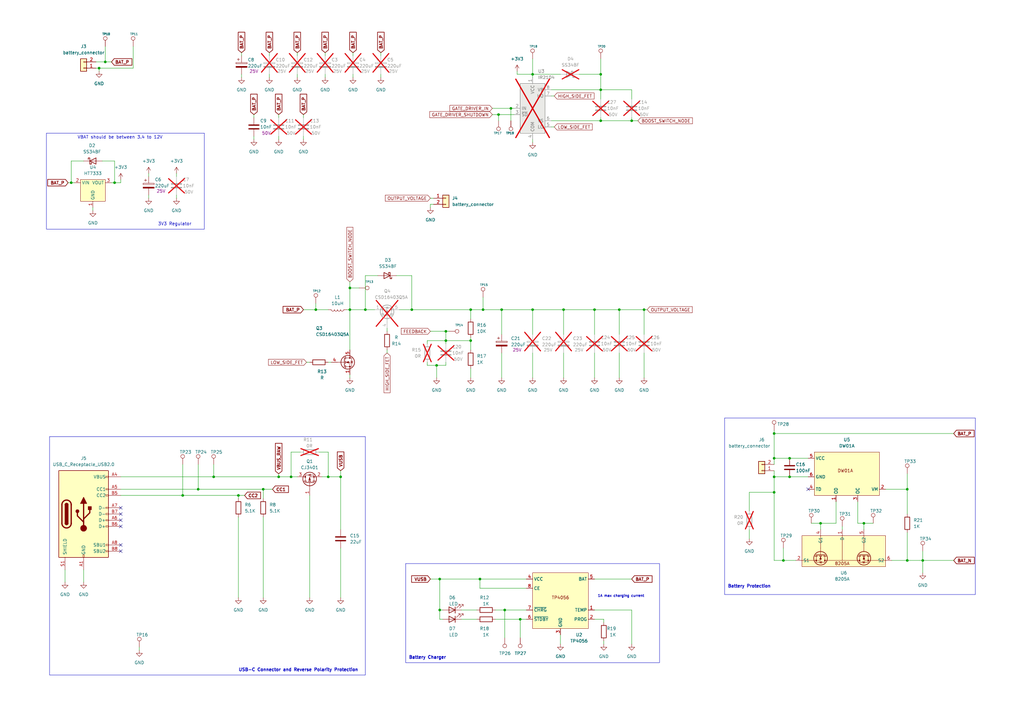
<source format=kicad_sch>
(kicad_sch (version 20230121) (generator eeschema)
  (paper "A3")
  (junction (at 246.38 49.53))
  (junction (at 209.55 44.45))
  (junction (at 336.55 214.63))
  (junction (at 321.31 229.87))
  (junction (at 168.91 127))
  (junction (at 317.5 195.58))
  (junction (at 378.46 229.87))
  (junction (at 114.3 195.58))
  (junction (at 180.34 250.19))
  (junction (at 205.74 127))
  (junction (at 196.85 237.49))
  (junction (at 323.85 187.96))
  (junction (at 231.14 127))
  (junction (at 193.04 139.7))
  (junction (at 143.51 118.11))
  (junction (at 43.18 25.4))
  (junction (at 119.38 195.58))
  (junction (at 40.64 27.94))
  (junction (at 264.16 127))
  (junction (at 317.5 201.93))
  (junction (at 29.21 74.93))
  (junction (at 198.12 127))
  (junction (at 129.54 127))
  (junction (at 323.85 195.58))
  (junction (at 46.99 74.93))
  (junction (at 317.5 177.8))
  (junction (at 182.88 135.89))
  (junction (at 259.08 49.53))
  (junction (at 354.33 214.63))
  (junction (at 143.51 127))
  (junction (at 213.36 254))
  (junction (at 81.28 200.66))
  (junction (at 87.63 195.58))
  (junction (at 149.86 127))
  (junction (at 372.11 229.87))
  (junction (at 182.88 139.7))
  (junction (at 107.95 200.66))
  (junction (at 134.62 195.58))
  (junction (at 254 127))
  (junction (at 317.5 187.96))
  (junction (at 74.93 203.2))
  (junction (at 246.38 30.48))
  (junction (at 372.11 200.66))
  (junction (at 218.44 127))
  (junction (at 246.38 36.83))
  (junction (at 243.84 127))
  (junction (at 207.01 250.19))
  (junction (at 204.47 46.99))
  (junction (at 139.7 195.58))
  (junction (at 218.44 30.48))
  (junction (at 97.79 203.2))
  (junction (at 193.04 127))
  (junction (at 180.34 237.49))
  (junction (at 179.07 149.86))
  (no_connect (at 49.53 223.52))
  (no_connect (at 49.53 226.06))
  (no_connect (at 49.53 210.82))
  (no_connect (at 49.53 208.28))
  (no_connect (at 331.47 200.66))
  (no_connect (at 49.53 213.36))
  (no_connect (at 49.53 215.9))
  (wire (pts (xy 259.08 36.83) (xy 246.38 36.83)))
  (wire (pts (xy 99.06 31.75) (xy 99.06 30.48)))
  (wire (pts (xy 372.11 200.66) (xy 363.22 200.66)))
  (wire (pts (xy 114.3 194.31) (xy 114.3 195.58)))
  (wire (pts (xy 45.72 74.93) (xy 46.99 74.93)))
  (wire (pts (xy 97.79 203.2) (xy 100.33 203.2)))
  (wire (pts (xy 134.62 185.42) (xy 134.62 195.58)))
  (wire (pts (xy 110.49 21.59) (xy 110.49 22.86)))
  (wire (pts (xy 317.5 187.96) (xy 323.85 187.96)))
  (wire (pts (xy 40.64 27.94) (xy 54.61 27.94)))
  (wire (pts (xy 254 154.94) (xy 254 144.78)))
  (wire (pts (xy 243.84 127) (xy 254 127)))
  (wire (pts (xy 243.84 237.49) (xy 259.08 237.49)))
  (wire (pts (xy 259.08 40.64) (xy 259.08 36.83)))
  (wire (pts (xy 81.28 190.5) (xy 81.28 200.66)))
  (wire (pts (xy 129.54 127) (xy 134.62 127)))
  (wire (pts (xy 74.93 203.2) (xy 97.79 203.2)))
  (wire (pts (xy 372.11 218.44) (xy 372.11 229.87)))
  (wire (pts (xy 143.51 127) (xy 149.86 127)))
  (wire (pts (xy 198.12 121.92) (xy 198.12 127)))
  (wire (pts (xy 378.46 229.87) (xy 378.46 234.95)))
  (wire (pts (xy 372.11 194.31) (xy 372.11 200.66)))
  (wire (pts (xy 264.16 127) (xy 265.43 127)))
  (wire (pts (xy 193.04 127) (xy 198.12 127)))
  (wire (pts (xy 201.93 44.45) (xy 209.55 44.45)))
  (wire (pts (xy 246.38 24.13) (xy 246.38 30.48)))
  (wire (pts (xy 351.79 205.74) (xy 351.79 214.63)))
  (wire (pts (xy 307.34 209.55) (xy 307.34 201.93)))
  (wire (pts (xy 218.44 58.42) (xy 218.44 57.15)))
  (wire (pts (xy 46.99 66.04) (xy 46.99 74.93)))
  (wire (pts (xy 110.49 31.75) (xy 110.49 30.48)))
  (wire (pts (xy 213.36 254) (xy 215.9 254)))
  (wire (pts (xy 243.84 154.94) (xy 243.84 144.78)))
  (wire (pts (xy 144.78 21.59) (xy 144.78 22.86)))
  (wire (pts (xy 179.07 149.86) (xy 179.07 154.94)))
  (wire (pts (xy 180.34 254) (xy 181.61 254)))
  (wire (pts (xy 204.47 46.99) (xy 210.82 46.99)))
  (wire (pts (xy 189.23 254) (xy 195.58 254)))
  (wire (pts (xy 264.16 154.94) (xy 264.16 144.78)))
  (wire (pts (xy -27.94 113.03) (xy -26.67 113.03)))
  (wire (pts (xy 203.2 250.19) (xy 207.01 250.19)))
  (wire (pts (xy 107.95 200.66) (xy 107.95 204.47)))
  (wire (pts (xy 139.7 193.04) (xy 139.7 195.58)))
  (wire (pts (xy 193.04 151.13) (xy 193.04 154.94)))
  (wire (pts (xy 317.5 201.93) (xy 317.5 229.87)))
  (wire (pts (xy 317.5 190.5) (xy 317.5 187.96)))
  (wire (pts (xy 49.53 74.93) (xy 49.53 73.66)))
  (wire (pts (xy 144.78 31.75) (xy 144.78 30.48)))
  (wire (pts (xy 378.46 226.06) (xy 378.46 229.87)))
  (wire (pts (xy 198.12 127) (xy 205.74 127)))
  (wire (pts (xy 180.34 250.19) (xy 180.34 254)))
  (wire (pts (xy 168.91 127) (xy 168.91 113.03)))
  (wire (pts (xy 264.16 127) (xy 264.16 137.16)))
  (wire (pts (xy 307.34 201.93) (xy 317.5 201.93)))
  (wire (pts (xy 207.01 250.19) (xy 215.9 250.19)))
  (wire (pts (xy 215.9 241.3) (xy 196.85 241.3)))
  (wire (pts (xy 41.91 66.04) (xy 46.99 66.04)))
  (wire (pts (xy 323.85 187.96) (xy 331.47 187.96)))
  (wire (pts (xy 29.21 66.04) (xy 29.21 74.93)))
  (wire (pts (xy 168.91 113.03) (xy 162.56 113.03)))
  (wire (pts (xy 156.21 21.59) (xy 156.21 22.86)))
  (wire (pts (xy 40.64 29.21) (xy 40.64 27.94)))
  (wire (pts (xy 26.67 233.68) (xy 26.67 238.76)))
  (wire (pts (xy 351.79 214.63) (xy 354.33 214.63)))
  (wire (pts (xy 209.55 44.45) (xy 210.82 44.45)))
  (wire (pts (xy 345.44 215.9) (xy 345.44 217.17)))
  (wire (pts (xy 237.49 30.48) (xy 246.38 30.48)))
  (wire (pts (xy 114.3 46.99) (xy 114.3 48.26)))
  (wire (pts (xy 143.51 115.57) (xy 143.51 118.11)))
  (wire (pts (xy 212.09 30.48) (xy 218.44 30.48)))
  (wire (pts (xy 246.38 48.26) (xy 246.38 49.53)))
  (wire (pts (xy 60.96 71.12) (xy 60.96 72.39)))
  (wire (pts (xy 125.73 148.59) (xy 127 148.59)))
  (wire (pts (xy 317.5 195.58) (xy 323.85 195.58)))
  (wire (pts (xy 205.74 127) (xy 205.74 137.16)))
  (wire (pts (xy 149.86 127) (xy 153.67 127)))
  (wire (pts (xy 226.06 36.83) (xy 246.38 36.83)))
  (wire (pts (xy 143.51 118.11) (xy 143.51 127)))
  (wire (pts (xy 54.61 27.94) (xy 54.61 19.05)))
  (wire (pts (xy 135.89 148.59) (xy 134.62 148.59)))
  (wire (pts (xy 154.94 113.03) (xy 149.86 113.03)))
  (wire (pts (xy 124.46 127) (xy 129.54 127)))
  (wire (pts (xy 243.84 127) (xy 243.84 137.16)))
  (wire (pts (xy 317.5 177.8) (xy 391.16 177.8)))
  (wire (pts (xy 365.76 229.87) (xy 372.11 229.87)))
  (wire (pts (xy 149.86 113.03) (xy 149.86 127)))
  (wire (pts (xy 176.53 237.49) (xy 180.34 237.49)))
  (wire (pts (xy 158.75 135.89) (xy 158.75 134.62)))
  (wire (pts (xy 207.01 250.19) (xy 207.01 261.62)))
  (wire (pts (xy 119.38 185.42) (xy 119.38 195.58)))
  (wire (pts (xy 124.46 57.15) (xy 124.46 55.88)))
  (wire (pts (xy 104.14 57.15) (xy 104.14 55.88)))
  (wire (pts (xy 229.87 260.35) (xy 229.87 264.16)))
  (wire (pts (xy 378.46 229.87) (xy 391.16 229.87)))
  (wire (pts (xy -26.67 124.46) (xy -26.67 123.19)))
  (wire (pts (xy 182.88 135.89) (xy 182.88 139.7)))
  (wire (pts (xy 114.3 195.58) (xy 119.38 195.58)))
  (wire (pts (xy 142.24 127) (xy 143.51 127)))
  (wire (pts (xy 60.96 81.28) (xy 60.96 80.01)))
  (wire (pts (xy 205.74 154.94) (xy 205.74 144.78)))
  (wire (pts (xy -26.67 137.16) (xy -26.67 135.89)))
  (wire (pts (xy 123.19 185.42) (xy 119.38 185.42)))
  (wire (pts (xy 259.08 48.26) (xy 259.08 49.53)))
  (wire (pts (xy 156.21 31.75) (xy 156.21 30.48)))
  (wire (pts (xy 114.3 57.15) (xy 114.3 55.88)))
  (wire (pts (xy 218.44 127) (xy 231.14 127)))
  (wire (pts (xy 39.37 25.4) (xy 43.18 25.4)))
  (wire (pts (xy 307.34 217.17) (xy 307.34 220.98)))
  (wire (pts (xy 133.35 31.75) (xy 133.35 30.48)))
  (wire (pts (xy 218.44 154.94) (xy 218.44 144.78)))
  (wire (pts (xy 182.88 149.86) (xy 182.88 148.59)))
  (wire (pts (xy 231.14 127) (xy 243.84 127)))
  (wire (pts (xy 246.38 30.48) (xy 246.38 36.83)))
  (wire (pts (xy 175.26 139.7) (xy 175.26 140.97)))
  (wire (pts (xy 246.38 40.64) (xy 246.38 36.83)))
  (wire (pts (xy 29.21 74.93) (xy 30.48 74.93)))
  (wire (pts (xy 121.92 31.75) (xy 121.92 30.48)))
  (wire (pts (xy 107.95 200.66) (xy 111.76 200.66)))
  (wire (pts (xy 163.83 127) (xy 168.91 127)))
  (wire (pts (xy 218.44 30.48) (xy 229.87 30.48)))
  (wire (pts (xy 124.46 46.99) (xy 124.46 48.26)))
  (wire (pts (xy 57.15 265.43) (xy 57.15 266.7)))
  (wire (pts (xy 38.1 85.09) (xy 38.1 86.36)))
  (wire (pts (xy 372.11 210.82) (xy 372.11 200.66)))
  (wire (pts (xy 342.9 214.63) (xy 342.9 205.74)))
  (wire (pts (xy 81.28 200.66) (xy 107.95 200.66)))
  (wire (pts (xy 132.08 195.58) (xy 134.62 195.58)))
  (wire (pts (xy 254 127) (xy 264.16 127)))
  (wire (pts (xy 43.18 19.05) (xy 43.18 25.4)))
  (wire (pts (xy 74.93 190.5) (xy 74.93 203.2)))
  (wire (pts (xy 143.51 127) (xy 143.51 143.51)))
  (wire (pts (xy 189.23 250.19) (xy 195.58 250.19)))
  (wire (pts (xy 72.39 81.28) (xy 72.39 80.01)))
  (wire (pts (xy 317.5 176.53) (xy 317.5 177.8)))
  (wire (pts (xy 127 203.2) (xy 127 245.11)))
  (wire (pts (xy 176.53 81.28) (xy 177.8 81.28)))
  (wire (pts (xy 180.34 237.49) (xy 196.85 237.49)))
  (wire (pts (xy 139.7 224.79) (xy 139.7 245.11)))
  (wire (pts (xy 134.62 195.58) (xy 139.7 195.58)))
  (wire (pts (xy 372.11 229.87) (xy 378.46 229.87)))
  (wire (pts (xy 104.14 46.99) (xy 104.14 48.26)))
  (wire (pts (xy 205.74 127) (xy 218.44 127)))
  (wire (pts (xy 182.88 139.7) (xy 182.88 140.97)))
  (wire (pts (xy 323.85 195.58) (xy 331.47 195.58)))
  (wire (pts (xy 182.88 135.89) (xy 184.15 135.89)))
  (wire (pts (xy 176.53 85.09) (xy 176.53 83.82)))
  (wire (pts (xy 40.64 27.94) (xy 39.37 27.94)))
  (wire (pts (xy 175.26 148.59) (xy 175.26 149.86)))
  (wire (pts (xy 226.06 52.07) (xy 227.33 52.07)))
  (wire (pts (xy 72.39 71.12) (xy 72.39 72.39)))
  (wire (pts (xy 97.79 212.09) (xy 97.79 245.11)))
  (wire (pts (xy 34.29 66.04) (xy 29.21 66.04)))
  (wire (pts (xy 119.38 195.58) (xy 121.92 195.58)))
  (wire (pts (xy 193.04 139.7) (xy 193.04 143.51)))
  (wire (pts (xy 336.55 214.63) (xy 342.9 214.63)))
  (wire (pts (xy 354.33 214.63) (xy 358.14 214.63)))
  (wire (pts (xy 317.5 195.58) (xy 317.5 201.93)))
  (wire (pts (xy 46.99 74.93) (xy 49.53 74.93)))
  (wire (pts (xy 201.93 46.99) (xy 204.47 46.99)))
  (wire (pts (xy 218.44 31.75) (xy 218.44 30.48)))
  (wire (pts (xy 87.63 195.58) (xy 114.3 195.58)))
  (wire (pts (xy 196.85 241.3) (xy 196.85 237.49)))
  (wire (pts (xy 121.92 21.59) (xy 121.92 22.86)))
  (wire (pts (xy 143.51 154.94) (xy 143.51 153.67)))
  (wire (pts (xy 317.5 193.04) (xy 317.5 195.58)))
  (wire (pts (xy 231.14 154.94) (xy 231.14 144.78)))
  (wire (pts (xy 332.74 214.63) (xy 336.55 214.63)))
  (wire (pts (xy 175.26 139.7) (xy 182.88 139.7)))
  (wire (pts (xy 247.65 254) (xy 243.84 254)))
  (wire (pts (xy 336.55 217.17) (xy 336.55 214.63)))
  (wire (pts (xy 99.06 21.59) (xy 99.06 22.86)))
  (wire (pts (xy 107.95 212.09) (xy 107.95 245.11)))
  (wire (pts (xy 321.31 224.79) (xy 321.31 229.87)))
  (wire (pts (xy 246.38 49.53) (xy 259.08 49.53)))
  (wire (pts (xy 203.2 254) (xy 213.36 254)))
  (wire (pts (xy 317.5 187.96) (xy 317.5 177.8)))
  (wire (pts (xy 139.7 195.58) (xy 139.7 217.17)))
  (wire (pts (xy 212.09 29.21) (xy 212.09 30.48)))
  (wire (pts (xy 130.81 185.42) (xy 134.62 185.42)))
  (wire (pts (xy 179.07 149.86) (xy 182.88 149.86)))
  (wire (pts (xy 180.34 250.19) (xy 181.61 250.19)))
  (wire (pts (xy 209.55 44.45) (xy 209.55 49.53)))
  (wire (pts (xy 97.79 204.47) (xy 97.79 203.2)))
  (wire (pts (xy 193.04 130.81) (xy 193.04 127)))
  (wire (pts (xy 74.93 203.2) (xy 49.53 203.2)))
  (wire (pts (xy 317.5 229.87) (xy 321.31 229.87)))
  (wire (pts (xy 231.14 127) (xy 231.14 137.16)))
  (wire (pts (xy 321.31 229.87) (xy 326.39 229.87)))
  (wire (pts (xy -26.67 113.03) (xy -26.67 111.76)))
  (wire (pts (xy -27.94 149.86) (xy -26.67 149.86)))
  (wire (pts (xy 87.63 190.5) (xy 87.63 195.58)))
  (wire (pts (xy 182.88 139.7) (xy 193.04 139.7)))
  (wire (pts (xy 259.08 264.16) (xy 259.08 250.19)))
  (wire (pts (xy 176.53 83.82) (xy 177.8 83.82)))
  (wire (pts (xy 27.94 74.93) (xy 29.21 74.93)))
  (wire (pts (xy 196.85 237.49) (xy 215.9 237.49)))
  (wire (pts (xy -26.67 149.86) (xy -26.67 148.59)))
  (wire (pts (xy 193.04 127) (xy 168.91 127)))
  (wire (pts (xy 254 127) (xy 254 137.16)))
  (wire (pts (xy 49.53 195.58) (xy 87.63 195.58)))
  (wire (pts (xy 158.75 144.78) (xy 158.75 143.51)))
  (wire (pts (xy 259.08 250.19) (xy 243.84 250.19)))
  (wire (pts (xy 193.04 138.43) (xy 193.04 139.7)))
  (wire (pts (xy 226.06 49.53) (xy 246.38 49.53)))
  (wire (pts (xy 247.65 262.89) (xy 247.65 264.16)))
  (wire (pts (xy 180.34 237.49) (xy 180.34 250.19)))
  (wire (pts (xy 129.54 124.46) (xy 129.54 127)))
  (wire (pts (xy 247.65 255.27) (xy 247.65 254)))
  (wire (pts (xy 354.33 214.63) (xy 354.33 217.17)))
  (wire (pts (xy 175.26 149.86) (xy 179.07 149.86)))
  (wire (pts (xy 226.06 39.37) (xy 227.33 39.37)))
  (wire (pts (xy 213.36 254) (xy 213.36 261.62)))
  (wire (pts (xy 133.35 21.59) (xy 133.35 22.86)))
  (wire (pts (xy 143.51 118.11) (xy 147.32 118.11)))
  (wire (pts (xy 204.47 46.99) (xy 204.47 49.53)))
  (wire (pts (xy 43.18 25.4) (xy 45.72 25.4)))
  (wire (pts (xy 34.29 233.68) (xy 34.29 238.76)))
  (wire (pts (xy 218.44 127) (xy 218.44 137.16)))
  (wire (pts (xy 218.44 24.13) (xy 218.44 30.48)))
  (wire (pts (xy 49.53 200.66) (xy 81.28 200.66)))
  (wire (pts (xy 259.08 49.53) (xy 261.62 49.53)))
  (wire (pts (xy 176.53 135.89) (xy 182.88 135.89)))
  (rectangle (start 19.05 54.61) (end 83.82 93.98))
  (rectangle (start 166.37 231.14) (end 270.51 271.78))
  (rectangle (start 20.32 179.07) (end 149.86 276.86))
  (rectangle (start 297.18 171.45) (end 400.05 243.84))
  (text "Battery Protection" (at 298.45 241.3 0) (effects (font (size 1.27 1.27) bold) (justify left bottom)))
  (text "VBAT should be between 3.4 to 12V" (at 31.75 57.15 0) (effects (font (size 1.27 1.27)) (justify left bottom)))
  (text "3V3 Regulator" (at 64.77 92.71 0) (effects (font (size 1.27 1.27)) (justify left bottom)))
  (text "1A max charging current" (at 245.11 245.11 0) (effects (font (size 1 1) bold) (justify left bottom)))
  (text "USB-C Connector and Reverse Polarity Protection" (at 97.79 275.59 0) (effects (font (size 1.27 1.27) bold) (justify left bottom)))
  (text "Battery Charger" (at 167.64 270.51 0) (effects (font (size 1.27 1.27) bold) (justify left bottom)))
  (global_label "BOOST_SWITCH_NODE" (shape input) (at 261.62 49.53 0) (property "Intersheetrefs" "${INTERSHEET_REFS}" (effects hide)))
  (global_label "OUTPUT_VOLTAGE" (shape input) (at 176.53 81.28 180) (property "Intersheetrefs" "${INTERSHEET_REFS}" (effects hide)))
  (global_label "HIGH_SIDE_FET" (shape input) (at 227.33 39.37 0) (property "Intersheetrefs" "${INTERSHEET_REFS}" (effects hide)))
  (global_label "VBUS_RAW" (shape input) (at 114.3 194.31 90) (effects (font bold)) (property "Intersheetrefs" "${INTERSHEET_REFS}" (effects hide)))
  (global_label "OUTPUT_VOLTAGE" (shape input) (at 265.43 127 0) (property "Intersheetrefs" "${INTERSHEET_REFS}" (effects hide)))
  (global_label "BAT_P" (shape input) (at 121.92 21.59 90) (effects (font bold)) (property "Intersheetrefs" "${INTERSHEET_REFS}" (effects hide)))
  (global_label "GATE_DRIVER_SHUTDOWN" (shape input) (at 201.93 46.99 180) (property "Intersheetrefs" "${INTERSHEET_REFS}" (effects hide)))
  (global_label "BAT_N" (shape input) (at 391.16 229.87 0) (effects (font bold)) (property "Intersheetrefs" "${INTERSHEET_REFS}" (effects hide)))
  (global_label "LOW_SIDE_FET" (shape input) (at 227.33 52.07 0) (property "Intersheetrefs" "${INTERSHEET_REFS}" (effects hide)))
  (global_label "BOOST_SWITCH_NODE" (shape input) (at 143.51 115.57 90) (property "Intersheetrefs" "${INTERSHEET_REFS}" (effects hide)))
  (global_label "BAT_P" (shape input) (at 124.46 127 180) (effects (font bold)) (property "Intersheetrefs" "${INTERSHEET_REFS}" (effects hide)))
  (global_label "BAT_P" (shape input) (at 27.94 74.93 180) (effects (font bold)) (property "Intersheetrefs" "${INTERSHEET_REFS}" (effects hide)))
  (global_label "BAT_P" (shape input) (at 99.06 21.59 90) (effects (font bold)) (property "Intersheetrefs" "${INTERSHEET_REFS}" (effects hide)))
  (global_label "BAT_P" (shape input) (at -27.94 113.03 180) (effects (font bold)) (property "Intersheetrefs" "${INTERSHEET_REFS}" (effects hide)))
  (global_label "BAT_P" (shape input) (at 156.21 21.59 90) (effects (font bold)) (property "Intersheetrefs" "${INTERSHEET_REFS}" (effects hide)))
  (global_label "GATE_DRIVER_IN" (shape input) (at 201.93 44.45 180) (property "Intersheetrefs" "${INTERSHEET_REFS}" (effects hide)))
  (global_label "BAT_P" (shape input) (at 45.72 25.4 0) (effects (font bold)) (property "Intersheetrefs" "${INTERSHEET_REFS}" (effects hide)))
  (global_label "CC2" (shape input) (at 100.33 203.2 0) (effects (font bold)) (property "Intersheetrefs" "${INTERSHEET_REFS}" (effects hide)))
  (global_label "BAT_P" (shape input) (at 133.35 21.59 90) (effects (font bold)) (property "Intersheetrefs" "${INTERSHEET_REFS}" (effects hide)))
  (global_label "BAT_P" (shape input) (at 144.78 21.59 90) (effects (font bold)) (property "Intersheetrefs" "${INTERSHEET_REFS}" (effects hide)))
  (global_label "BAT_P" (shape input) (at 259.08 237.49 0) (effects (font bold)) (property "Intersheetrefs" "${INTERSHEET_REFS}" (effects hide)))
  (global_label "BAT_P" (shape input) (at 114.3 46.99 90) (effects (font bold)) (property "Intersheetrefs" "${INTERSHEET_REFS}" (effects hide)))
  (global_label "FEEDBACK" (shape input) (at 176.53 135.89 180) (property "Intersheetrefs" "${INTERSHEET_REFS}" (effects hide)))
  (global_label "VUSB" (shape input) (at 139.7 193.04 90) (effects (font bold)) (property "Intersheetrefs" "${INTERSHEET_REFS}" (effects hide)))
  (global_label "BAT_P" (shape input) (at 110.49 21.59 90) (effects (font bold)) (property "Intersheetrefs" "${INTERSHEET_REFS}" (effects hide)))
  (global_label "CC1" (shape input) (at 111.76 200.66 0) (effects (font bold)) (property "Intersheetrefs" "${INTERSHEET_REFS}" (effects hide)))
  (global_label "VUSB" (shape input) (at 176.53 237.49 180) (effects (font bold)) (property "Intersheetrefs" "${INTERSHEET_REFS}" (effects hide)))
  (global_label "BAT_P" (shape input) (at 124.46 46.99 90) (effects (font bold)) (property "Intersheetrefs" "${INTERSHEET_REFS}" (effects hide)))
  (global_label "LOW_SIDE_FET" (shape input) (at 125.73 148.59 180) (property "Intersheetrefs" "${INTERSHEET_REFS}" (effects hide)))
  (global_label "BAT_P" (shape input) (at 391.16 177.8 0) (effects (font bold)) (property "Intersheetrefs" "${INTERSHEET_REFS}" (effects hide)))
  (global_label "HIGH_SIDE_FET" (shape input) (at 158.75 144.78 270) (property "Intersheetrefs" "${INTERSHEET_REFS}" (effects hide)))
  (global_label "BAT_P" (shape input) (at 104.14 46.99 90) (effects (font bold)) (property "Intersheetrefs" "${INTERSHEET_REFS}" (effects hide)))
  (global_label "OUTPUT_VOLTAGE" (shape input) (at -27.94 149.86 180) (property "Intersheetrefs" "${INTERSHEET_REFS}" (effects hide)))
  (symbol (lib_id "Connector:TestPoint") (at 87.63 190.5 0) (unit 1)
    (property "Reference" "TP25" (at 86.36 185.42 0) (effects (justify left)))
    (property "Value" "TestPoint" (effects hide))
    (property "Footprint" "TestPoint:TestPoint_Pad_D1.0mm" (effects hide))
  )
  (symbol (lib_id "power:GND") (at 110.49 31.75 0) (unit 1)
    (property "Reference" "#PWR025" (effects hide))
    (property "Value" "GND" (at 110.49 36.83 0))
  )
  (symbol (lib_id "power:GND") (at -26.67 124.46 0) (unit 1)
    (property "Reference" "#PWR049" (effects hide))
    (property "Value" "GND" (at -26.67 128.27 0))
  )
  (symbol (lib_id "Connector:TestPoint") (at 74.93 190.5 0) (unit 1)
    (property "Reference" "TP23" (at 73.66 185.42 0) (effects (justify left)))
    (property "Value" "TestPoint" (effects hide))
    (property "Footprint" "TestPoint:TestPoint_Pad_D1.0mm" (effects hide))
  )
  (symbol (lib_id "Device:C") (at 114.3 52.07 0) (unit 1) (dnp yes)
    (property "Reference" "C11" (at 116.84 49.53 0) (effects (justify left)))
    (property "Value" "10nF" (at 116.84 52.07 0) (effects (justify left)))
    (property "Footprint" "Capacitor_SMD:C_0805_2012Metric" (effects hide))
    (property "Rating" "50V" (at 119.38 54.61 0))
  )
  (symbol (lib_id "power:GND") (at 229.87 264.16 0) (unit 1)
    (property "Reference" "#PWR054" (effects hide))
    (property "Value" "GND" (at 229.87 269.24 0))
  )
  (symbol (lib_id "power:GND") (at 378.46 234.95 0) (unit 1)
    (property "Reference" "#PWR058" (effects hide))
    (property "Value" "GND" (at 378.46 240.03 0))
  )
  (symbol (lib_id "Device:R") (at 193.04 147.32 180) (unit 1)
    (property "Reference" "R17" (at 195.58 146.05 0) (effects (justify right)))
    (property "Value" "1K" (at 195.58 148.59 0) (effects (justify right)))
    (property "Footprint" "Resistor_SMD:R_1206_3216Metric" (effects hide))
  )
  (symbol (lib_id "Connector:TestPoint") (at 81.28 190.5 0) (unit 1)
    (property "Reference" "TP24" (at 80.01 185.42 0) (effects (justify left)))
    (property "Value" "TestPoint" (effects hide))
    (property "Footprint" "TestPoint:TestPoint_Pad_D1.0mm" (effects hide))
  )
  (symbol (lib_id "Connector:TestPoint") (at 43.18 19.05 0) (unit 1)
    (property "Reference" "TP10" (at 41.91 13.97 0) (effects (font (size 0.85 0.85)) (justify left)))
    (property "Value" "TestPoint" (effects hide))
    (property "Footprint" "TestPoint:TestPoint_Pad_D1.0mm" (effects hide))
  )
  (symbol (lib_id "Connector:TestPoint") (at 358.14 214.63 0) (unit 1)
    (property "Reference" "TP32" (at 356.87 209.55 0) (effects (justify left)))
    (property "Value" "TestPoint" (effects hide))
    (property "Footprint" "TestPoint:TestPoint_Pad_D1.0mm" (effects hide))
  )
  (symbol (lib_id "power:GND") (at 114.3 57.15 0) (unit 1)
    (property "Reference" "#PWR026" (effects hide))
    (property "Value" "GND" (at 114.3 62.23 0))
  )
  (symbol (lib_id "Device:C_Polarized") (at 60.96 76.2 0) (unit 1)
    (property "Reference" "C6" (at 63.5 73.66 0) (effects (justify left)))
    (property "Value" "220uF" (at 63.5 76.2 0) (effects (justify left)))
    (property "Footprint" "Capacitor_THT:CP_Radial_D5.0mm_P2.00mm" (effects hide))
    (property "Rating" "25V" (at 66.04 78.359 0))
  )
  (symbol (lib_id "Device:C") (at 139.7 220.98 0) (unit 1)
    (property "Reference" "C15" (at 143.51 219.71 0) (effects (justify left)))
    (property "Value" "22uF" (at 143.51 222.25 0) (effects (justify left)))
    (property "Footprint" "Capacitor_SMD:C_0805_2012Metric" (effects hide))
  )
  (symbol (lib_id "power:GND") (at 60.96 81.28 0) (unit 1)
    (property "Reference" "#PWR018" (effects hide))
    (property "Value" "GND" (at 60.96 86.36 0))
  )
  (symbol (lib_id "Connector_Generic:Conn_01x02") (at 182.88 81.28 0) (unit 1)
    (property "Reference" "J4" (at 185.42 81.28 0) (effects (justify left)))
    (property "Value" "battery_connector" (at 185.42 83.82 0) (effects (justify left)))
    (property "Footprint" "TerminalBlock_Phoenix:TerminalBlock_Phoenix_MPT-0,5-2-2.54_1x02_P2.54mm_Horizontal" (effects hide))
  )
  (symbol (lib_id "Device:C") (at 254 140.97 0) (unit 1) (dnp yes)
    (property "Reference" "C25" (at 256.54 138.43 0) (effects (justify left)))
    (property "Value" "10nF" (at 256.54 140.97 0) (effects (justify left)))
    (property "Footprint" "Capacitor_SMD:C_0805_2012Metric" (effects hide))
    (property "Rating" "50V" (at 259.08 143.51 0))
  )
  (symbol (lib_id "power:GND") (at 139.7 245.11 0) (unit 1)
    (property "Reference" "#PWR053" (effects hide))
    (property "Value" "GND" (at 139.7 250.19 0))
  )
  (symbol (lib_id "Connector:TestPoint") (at 57.15 265.43 0) (unit 1)
    (property "Reference" "TP16" (at 55.88 260.35 0) (effects (justify left)))
    (property "Value" "TestPoint" (effects hide))
    (property "Footprint" "TestPoint:TestPoint_Pad_D1.0mm" (effects hide))
  )
  (symbol (lib_id "power:GND") (at 143.51 154.94 0) (unit 1)
    (property "Reference" "#PWR024" (effects hide))
    (property "Value" "GND" (at 143.51 160.02 0))
  )
  (symbol (lib_id "Connector:TestPoint") (at 378.46 226.06 0) (unit 1)
    (property "Reference" "TP34" (at 377.19 220.98 0) (effects (justify left)))
    (property "Value" "TestPoint" (effects hide))
    (property "Footprint" "TestPoint:TestPoint_Pad_D1.0mm" (effects hide))
  )
  (symbol (lib_id "Device:C") (at 259.08 44.45 0) (unit 1) (dnp yes)
    (property "Reference" "C14" (at 261.62 41.91 0) (effects (justify left)))
    (property "Value" "10nF" (at 261.62 44.45 0) (effects (justify left)))
    (property "Footprint" "Capacitor_SMD:C_1206_3216Metric" (effects hide))
    (property "Rating" "50V" (at 264.16 46.99 0))
  )
  (symbol (lib_id "Device:R") (at 199.39 254 90) (unit 1)
    (property "Reference" "R18" (at 200.66 257.81 90) (effects (justify left)))
    (property "Value" "1K" (at 200.66 260.35 90) (effects (justify left)))
    (property "Footprint" "Resistor_SMD:R_0805_2012Metric" (effects hide))
  )
  (symbol (lib_id "power:GND") (at 124.46 57.15 0) (unit 1)
    (property "Reference" "#PWR028" (effects hide))
    (property "Value" "GND" (at 124.46 62.23 0))
  )
  (symbol (lib_id "Connector:TestPoint") (at 321.31 224.79 0) (unit 1)
    (property "Reference" "TP29" (at 320.04 219.71 0) (effects (justify left)))
    (property "Value" "TestPoint" (effects hide))
    (property "Footprint" "TestPoint:TestPoint_Pad_D1.0mm" (effects hide))
  )
  (symbol (lib_id "Device:C") (at 72.39 76.2 0) (unit 1) (dnp yes)
    (property "Reference" "C7" (at 74.93 73.66 0) (effects (justify left)))
    (property "Value" "10nF" (at 74.93 76.2 0) (effects (justify left)))
    (property "Footprint" "Capacitor_SMD:C_0805_2012Metric" (effects hide))
    (property "Rating" "50V" (at 77.47 78.74 0))
  )
  (symbol (lib_id "Connector:TestPoint") (at 207.01 261.62 180) (unit 1)
    (property "Reference" "TP26" (at 209.55 267.97 0) (effects (justify left)))
    (property "Value" "TestPoint" (effects hide))
    (property "Footprint" "TestPoint:TestPoint_Pad_D1.0mm" (effects hide))
  )
  (symbol (lib_id "power:GND") (at 259.08 264.16 0) (unit 1)
    (property "Reference" "#PWR056" (effects hide))
    (property "Value" "GND" (at 259.08 269.24 0))
  )
  (symbol (lib_id "power:GND") (at 40.64 29.21 0) (unit 1)
    (property "Reference" "#PWR014" (effects hide))
    (property "Value" "GND" (at 40.64 34.29 0))
  )
  (symbol (lib_id "power:GND") (at 144.78 31.75 0) (unit 1)
    (property "Reference" "#PWR011" (effects hide))
    (property "Value" "GND" (at 144.78 36.83 0))
  )
  (symbol (lib_id "Connector:USB_C_Receptacle_USB2.0") (at 34.29 210.82 0) (unit 1)
    (property "Reference" "J5" (at 34.29 187.96 0))
    (property "Value" "USB_C_Receptacle_USB2.0" (at 34.29 190.5 0))
    (property "Footprint" "Connector_USB:USB_C_Receptacle_XKB_U262-16XN-4BVC11" (effects hide))
    (property "Datasheet" "https://www.usb.org/sites/default/files/documents/usb_type-c.zip" (effects hide))
  )
  (symbol (lib_id "power:GND") (at 38.1 86.36 0) (unit 1)
    (property "Reference" "#PWR047" (effects hide))
    (property "Value" "GND" (at 38.1 91.44 0))
  )
  (symbol (lib_id "power:GND") (at 218.44 58.42 0) (unit 1)
    (property "Reference" "#PWR041" (effects hide))
    (property "Value" "GND" (at 218.44 63.5 0))
  )
  (symbol (lib_id "Device:R") (at 130.81 148.59 90) (unit 1)
    (property "Reference" "R13" (at 132.08 152.4 90))
    (property "Value" "R" (at 132.08 154.94 90))
    (property "Footprint" "Resistor_SMD:R_1206_3216Metric" (effects hide))
  )
  (symbol (lib_id "power:GND") (at 107.95 245.11 0) (unit 1)
    (property "Reference" "#PWR051" (effects hide))
    (property "Value" "GND" (at 107.95 250.19 0))
  )
  (symbol (lib_id "power:GND") (at 133.35 31.75 0) (unit 1)
    (property "Reference" "#PWR010" (effects hide))
    (property "Value" "GND" (at 133.35 36.83 0))
  )
  (symbol (lib_id "Device:C") (at 182.88 144.78 0) (unit 1) (dnp yes)
    (property "Reference" "C20" (at 185.42 142.24 0) (effects (justify left)))
    (property "Value" "10nF" (at 185.42 144.78 0) (effects (justify left)))
    (property "Footprint" "Capacitor_SMD:C_0805_2012Metric" (effects hide))
    (property "Rating" "50V" (at 187.96 147.32 0))
  )
  (symbol (lib_id "power:GND") (at 243.84 154.94 0) (unit 1)
    (property "Reference" "#PWR042" (effects hide))
    (property "Value" "GND" (at 243.84 160.02 0))
  )
  (symbol (lib_id "power:GND") (at 247.65 264.16 0) (unit 1)
    (property "Reference" "#PWR055" (effects hide))
    (property "Value" "GND" (at 247.65 269.24 0))
  )
  (symbol (lib_id "Connector:TestPoint") (at 54.61 19.05 0) (unit 1)
    (property "Reference" "TP11" (at 53.34 13.97 0) (effects (font (size 0.85 0.85)) (justify left)))
    (property "Value" "TestPoint" (effects hide))
    (property "Footprint" "TestPoint:TestPoint_Pad_D1.0mm" (effects hide))
  )
  (symbol (lib_id "Transistor_FET:CSD16403Q5A") (at 158.75 129.54 270) (mirror x) (unit 1) (dnp yes)
    (property "Reference" "Q4" (at 157.48 119.38 90) (effects (justify left)))
    (property "Value" "CSD16403Q5A" (at 153.67 121.92 90) (effects (justify left)))
    (property "Footprint" "Package_TO_SOT_SMD:TDSON-8-1" (effects hide))
    (property "Datasheet" "http://www.ti.com/lit/gpn/csd16403q5a" (effects hide))
  )
  (symbol (lib_id "power:+3V3") (at 60.96 71.12 0) (mirror y) (unit 1)
    (property "Reference" "#PWR017" (effects hide))
    (property "Value" "+3V3" (at 60.96 66.04 0))
  )
  (symbol (lib_id "Device:R") (at 158.75 139.7 0) (mirror x) (unit 1)
    (property "Reference" "R14" (at 162.56 140.97 0))
    (property "Value" "R" (at 162.56 138.43 0))
    (property "Footprint" "Resistor_SMD:R_1206_3216Metric" (effects hide))
  )
  (symbol (lib_id "power:GND") (at 104.14 57.15 0) (unit 1)
    (property "Reference" "#PWR023" (effects hide))
    (property "Value" "GND" (at 104.14 62.23 0))
  )
  (symbol (lib_id "Device:R") (at 127 185.42 90) (unit 1) (dnp yes)
    (property "Reference" "R11" (at 128.27 180.34 90) (effects (justify left)))
    (property "Value" "0R" (at 128.27 182.88 90) (effects (justify left)))
    (property "Footprint" "Resistor_SMD:R_0805_2012Metric" (effects hide))
  )
  (symbol (lib_id "Device:C_Polarized") (at 99.06 26.67 0) (unit 1)
    (property "Reference" "C8" (at 101.6 24.511 0) (effects (justify left)))
    (property "Value" "220uF" (at 101.6 27.051 0) (effects (justify left)))
    (property "Footprint" "Capacitor_THT:CP_Radial_D5.0mm_P2.00mm" (effects hide))
    (property "Rating" "25V" (at 104.14 29.21 0))
  )
  (symbol (lib_id "Device:C") (at 124.46 52.07 0) (unit 1) (dnp yes)
    (property "Reference" "C13" (at 127 49.53 0) (effects (justify left)))
    (property "Value" "10nF" (at 127 52.07 0) (effects (justify left)))
    (property "Footprint" "Capacitor_SMD:C_0805_2012Metric" (effects hide))
    (property "Rating" "50V" (at 129.54 54.61 0))
  )
  (symbol (lib_id "Connector:TestPoint") (at 204.47 49.53 180) (unit 1)
    (property "Reference" "TP17" (at 205.74 54.61 0) (effects (font (size 0.85 0.85)) (justify left)))
    (property "Value" "TestPoint" (effects hide))
    (property "Footprint" "TestPoint:TestPoint_Pad_D1.0mm" (effects hide))
  )
  (symbol (lib_id "power:GND") (at 307.34 220.98 0) (unit 1)
    (property "Reference" "#PWR057" (effects hide))
    (property "Value" "GND" (at 307.34 226.06 0))
  )
  (symbol (lib_id "Connector_Generic:Conn_01x02") (at 312.42 193.04 180) (unit 1)
    (property "Reference" "J6" (at 312.42 180.34 0))
    (property "Value" "battery_connector" (at 307.34 182.88 0))
    (property "Footprint" "Connector_PinHeader_2.54mm:PinHeader_1x02_P2.54mm_Horizontal" (effects hide))
  )
  (symbol (lib_id "power:+3V3") (at 72.39 71.12 0) (mirror y) (unit 1)
    (property "Reference" "#PWR020" (effects hide))
    (property "Value" "+3V3" (at 72.39 66.04 0))
  )
  (symbol (lib_id "power:GND") (at 97.79 245.11 0) (unit 1)
    (property "Reference" "#PWR050" (effects hide))
    (property "Value" "GND" (at 97.79 250.19 0))
  )
  (symbol (lib_id "Device:LED") (at 185.42 254 180) (unit 1)
    (property "Reference" "D7" (at 184.15 257.81 0) (effects (justify right)))
    (property "Value" "LED" (at 184.15 260.35 0) (effects (justify right)))
    (property "Footprint" "LED_SMD:LED_1206_3216Metric_Pad1.42x1.75mm_HandSolder" (effects hide))
  )
  (symbol (lib_id "Device:C") (at 104.14 52.07 0) (unit 1)
    (property "Reference" "C9" (at 106.68 49.53 0) (effects (justify left)))
    (property "Value" "10nF" (at 106.68 52.07 0) (effects (justify left)))
    (property "Footprint" "Capacitor_SMD:C_0805_2012Metric" (effects hide))
    (property "Rating" "50V" (at 109.22 54.61 0))
  )
  (symbol (lib_id "Connector:TestPoint") (at 332.74 214.63 0) (unit 1)
    (property "Reference" "TP30" (at 331.47 209.55 0) (effects (justify left)))
    (property "Value" "TestPoint" (effects hide))
    (property "Footprint" "TestPoint:TestPoint_Pad_D1.0mm" (effects hide))
  )
  (symbol (lib_id "Connector:TestPoint") (at 209.55 49.53 180) (unit 1)
    (property "Reference" "TP19" (at 210.82 54.61 0) (effects (font (size 0.85 0.85)) (justify left)))
    (property "Value" "TestPoint" (effects hide))
    (property "Footprint" "TestPoint:TestPoint_Pad_D1.0mm" (effects hide))
  )
  (symbol (lib_id "Device:R") (at 247.65 259.08 180) (unit 1)
    (property "Reference" "R19" (at 252.73 257.81 0) (effects (justify left)))
    (property "Value" "1K" (at 252.73 260.35 0) (effects (justify left)))
    (property "Footprint" "Resistor_SMD:R_0805_2012Metric" (effects hide))
  )
  (symbol (lib_id "Device:C_Polarized") (at 110.49 26.67 0) (unit 1) (dnp yes)
    (property "Reference" "C10" (at 113.03 24.511 0) (effects (justify left)))
    (property "Value" "220uF" (at 113.03 27.051 0) (effects (justify left)))
    (property "Footprint" "Capacitor_THT:CP_Radial_D5.0mm_P2.00mm" (effects hide))
    (property "Rating" "25V" (at 115.57 29.21 0))
  )
  (symbol (lib_id "Device:C") (at 264.16 140.97 0) (unit 1) (dnp yes)
    (property "Reference" "C26" (at 266.7 138.43 0) (effects (justify left)))
    (property "Value" "10nF" (at 266.7 140.97 0) (effects (justify left)))
    (property "Footprint" "Capacitor_SMD:C_0805_2012Metric" (effects hide))
    (property "Rating" "50V" (at 269.24 143.51 0))
  )
  (symbol (lib_id "Device:R") (at 175.26 144.78 0) (unit 1) (dnp yes)
    (property "Reference" "R15" (at 172.72 143.51 0) (effects (justify right)))
    (property "Value" "0R" (at 172.72 146.05 0) (effects (justify right)))
    (property "Footprint" "Resistor_SMD:R_1206_3216Metric" (effects hide))
  )
  (symbol (lib_id "power:GND") (at 254 154.94 0) (unit 1)
    (property "Reference" "#PWR043" (effects hide))
    (property "Value" "GND" (at 254 160.02 0))
  )
  (symbol (lib_id "Device:C") (at 243.84 140.97 0) (unit 1) (dnp yes)
    (property "Reference" "C24" (at 246.38 138.43 0) (effects (justify left)))
    (property "Value" "10nF" (at 246.38 140.97 0) (effects (justify left)))
    (property "Footprint" "Capacitor_SMD:C_0805_2012Metric" (effects hide))
    (property "Rating" "50V" (at 248.92 143.51 0))
  )
  (symbol (lib_id "power:GND") (at 231.14 154.94 0) (unit 1)
    (property "Reference" "#PWR039" (effects hide))
    (property "Value" "GND" (at 231.14 160.02 0))
  )
  (symbol (lib_id "Device:C_Polarized") (at 133.35 26.67 0) (unit 1) (dnp yes)
    (property "Reference" "C3" (at 135.89 24.511 0) (effects (justify left)))
    (property "Value" "220uF" (at 135.89 27.051 0) (effects (justify left)))
    (property "Footprint" "Capacitor_THT:CP_Radial_D5.0mm_P2.00mm" (effects hide))
    (property "Rating" "25V" (at 138.43 29.21 0))
  )
  (symbol (lib_id "power:GND") (at 72.39 81.28 0) (unit 1)
    (property "Reference" "#PWR021" (effects hide))
    (property "Value" "GND" (at 72.39 86.36 0))
  )
  (symbol (lib_id "Connector:TestPoint") (at 218.44 24.13 0) (unit 1)
    (property "Reference" "TP18" (at 217.17 19.05 0) (effects (font (size 0.85 0.85)) (justify left)))
    (property "Value" "TestPoint" (effects hide))
    (property "Footprint" "TestPoint:TestPoint_Pad_D1.0mm" (effects hide))
  )
  (symbol (lib_id "power:GND") (at -26.67 137.16 0) (unit 1)
    (property "Reference" "#PWR048" (effects hide))
    (property "Value" "GND" (at -26.67 140.97 0))
  )
  (symbol (lib_id "power:GND") (at 264.16 154.94 0) (unit 1)
    (property "Reference" "#PWR044" (effects hide))
    (property "Value" "GND" (at 264.16 160.02 0))
  )
  (symbol (lib_id "power:GND") (at 26.67 238.76 0) (unit 1)
    (property "Reference" "#PWR031" (effects hide))
    (property "Value" "GND" (at 26.67 243.84 0))
  )
  (symbol (lib_id "Connector:TestPoint") (at 184.15 135.89 270) (unit 1)
    (property "Reference" "TP14" (at 186.69 133.35 90) (effects (font (size 0.85 0.85)) (justify left)))
    (property "Value" "TestPoint" (effects hide))
    (property "Footprint" "TestPoint:TestPoint_Pad_D1.0mm" (effects hide))
  )
  (symbol (lib_id "Connector:TestPoint") (at 198.12 121.92 0) (unit 1)
    (property "Reference" "TP15" (at 196.85 116.84 0) (effects (font (size 0.85 0.85)) (justify left)))
    (property "Value" "TestPoint" (effects hide))
    (property "Footprint" "TestPoint:TestPoint_Pad_D1.0mm" (effects hide))
  )
  (symbol (lib_id "Device:C_Polarized") (at 205.74 140.97 0) (unit 1)
    (property "Reference" "C21" (at 209.55 138.811 0) (effects (justify left)))
    (property "Value" "220uF" (at 209.55 141.351 0) (effects (justify left)))
    (property "Footprint" "Capacitor_THT:CP_Radial_D5.0mm_P2.00mm" (effects hide))
    (property "Rating" "25V" (at 212.09 143.51 0))
  )
  (symbol (lib_id "Connector:TestPoint") (at 129.54 124.46 0) (unit 1)
    (property "Reference" "TP12" (at 128.27 119.38 0) (effects (font (size 0.85 0.85)) (justify left)))
    (property "Value" "TestPoint" (effects hide))
    (property "Footprint" "TestPoint:TestPoint_Pad_D1.0mm" (effects hide))
  )
  (symbol (lib_id "Mechanical:MountingHole") (at -26.67 86.36 0) (unit 1)
    (property "Reference" "H2" (at -24.13 85.09 0) (effects (justify left)))
    (property "Value" "MountingHole" (at -24.13 87.63 0) (effects (justify left)))
    (property "Footprint" "MountingHole:MountingHole_3.2mm_M3" (effects hide))
  )
  (symbol (lib_id "Transistor_FET:CSD16403Q5A") (at 140.97 148.59 0) (unit 1)
    (property "Reference" "Q3" (at 129.54 134.62 0) (effects (justify left)))
    (property "Value" "CSD16403Q5A" (at 129.54 137.16 0) (effects (justify left)))
    (property "Footprint" "Package_TO_SOT_SMD:TDSON-8-1" (effects hide))
    (property "Datasheet" "http://www.ti.com/lit/gpn/csd16403q5a" (effects hide))
  )
  (symbol (lib_id "Device:C") (at 246.38 44.45 0) (unit 1) (dnp yes)
    (property "Reference" "C27" (at 248.92 41.91 0) (effects (justify left)))
    (property "Value" "10nF" (at 248.92 44.45 0) (effects (justify left)))
    (property "Footprint" "Capacitor_SMD:C_0805_2012Metric" (effects hide))
    (property "Rating" "50V" (at 251.46 46.99 0))
  )
  (symbol (lib_id "Connector:TestPoint") (at 147.32 118.11 270) (unit 1)
    (property "Reference" "TP13" (at 149.86 115.57 90) (effects (font (size 0.85 0.85)) (justify left)))
    (property "Value" "TestPoint" (effects hide))
    (property "Footprint" "TestPoint:TestPoint_Pad_D1.0mm" (effects hide))
  )
  (symbol (lib_id "Device:C_Polarized") (at 121.92 26.67 0) (unit 1) (dnp yes)
    (property "Reference" "C12" (at 124.46 24.511 0) (effects (justify left)))
    (property "Value" "220uF" (at 124.46 27.051 0) (effects (justify left)))
    (property "Footprint" "Capacitor_THT:CP_Radial_D5.0mm_P2.00mm" (effects hide))
    (property "Rating" "25V" (at 127 29.21 0))
  )
  (symbol (lib_id "power:GND") (at 193.04 154.94 0) (unit 1)
    (property "Reference" "#PWR036" (effects hide))
    (property "Value" "GND" (at 193.04 160.02 0))
  )
  (symbol (lib_id "Device:R") (at 199.39 250.19 90) (unit 1)
    (property "Reference" "R12" (at 200.66 245.11 90) (effects (justify left)))
    (property "Value" "1K" (at 200.66 247.65 90) (effects (justify left)))
    (property "Footprint" "Resistor_SMD:R_0805_2012Metric" (effects hide))
  )
  (symbol (lib_id "power:+3V3") (at 212.09 29.21 0) (mirror y) (unit 1)
    (property "Reference" "#PWR013" (effects hide))
    (property "Value" "+3V3" (at 212.09 24.13 0))
  )
  (symbol (lib_id "Mechanical:MountingHole") (at -26.67 93.98 0) (unit 1)
    (property "Reference" "H3" (at -24.13 92.71 0) (effects (justify left)))
    (property "Value" "MountingHole" (at -24.13 95.25 0) (effects (justify left)))
    (property "Footprint" "MountingHole:MountingHole_3.2mm_M3" (effects hide))
  )
  (symbol (lib_id "Device:R") (at 372.11 214.63 0) (unit 1)
    (property "Reference" "R21" (at 374.65 213.36 0) (effects (justify left)))
    (property "Value" "1K" (at 374.65 215.9 0) (effects (justify left)))
    (property "Footprint" "Resistor_SMD:R_0805_2012Metric" (effects hide))
  )
  (symbol (lib_id "Device:C") (at 323.85 191.77 0) (unit 1)
    (property "Reference" "C16" (at 326.39 190.5 0) (effects (justify left)))
    (property "Value" "100nF" (at 326.39 193.04 0) (effects (justify left)))
    (property "Footprint" "Capacitor_SMD:C_0805_2012Metric" (effects hide))
  )
  (symbol (lib_id "Device:LED") (at 185.42 250.19 180) (unit 1)
    (property "Reference" "D6" (at 184.15 245.11 0) (effects (justify right)))
    (property "Value" "LED" (at 184.15 247.65 0) (effects (justify right)))
    (property "Footprint" "LED_SMD:LED_1206_3216Metric_Pad1.42x1.75mm_HandSolder" (effects hide))
  )
  (symbol (lib_id "Mechanical:MountingHole_Pad") (at -26.67 146.05 0) (unit 1)
    (property "Reference" "H8" (at -24.13 143.51 0) (effects (justify left)))
    (property "Value" "MountingHole_Pad" (at -24.13 146.05 0) (effects (justify left)))
    (property "Footprint" "MountingHole:MountingHole_2.2mm_M2_DIN965_Pad" (effects hide))
  )
  (symbol (lib_id "Device:C_Polarized") (at 218.44 140.97 0) (unit 1) (dnp yes)
    (property "Reference" "C22" (at 222.25 138.811 0) (effects (justify left)))
    (property "Value" "220uF" (at 222.25 141.351 0) (effects (justify left)))
    (property "Footprint" "Capacitor_THT:CP_Radial_D5.0mm_P2.00mm" (effects hide))
    (property "Rating" "25V" (at 224.79 143.51 0))
  )
  (symbol (lib_id "Device:R") (at 107.95 208.28 0) (unit 1)
    (property "Reference" "R8" (at 110.49 207.01 0) (effects (justify left)))
    (property "Value" "5.1K" (at 110.49 209.55 0) (effects (justify left)))
    (property "Footprint" "Resistor_SMD:R_0805_2012Metric" (effects hide))
  )
  (symbol (lib_id "FS8205:8205") (at 346.71 227.33 0) (unit 1)
    (property "Reference" "U6" (at 346.075 234.95 0))
    (property "Value" "8205A" (at 345.44 237.49 0))
    (property "Footprint" "Package_SO:TSSOP-8_4.4x3mm_P0.65mm" (effects hide))
  )
  (symbol (lib_id "Mechanical:MountingHole") (at -26.67 100.33 0) (unit 1)
    (property "Reference" "H4" (at -24.13 99.06 0) (effects (justify left)))
    (property "Value" "MountingHole" (at -24.13 101.6 0) (effects (justify left)))
    (property "Footprint" "MountingHole:MountingHole_3.2mm_M3" (effects hide))
  )
  (symbol (lib_id "Diode:SS34") (at 233.68 30.48 180) (unit 1) (dnp yes)
    (property "Reference" "D4" (at 233.9975 24.13 0))
    (property "Value" "SS34BF" (at 233.9975 26.67 0))
    (property "Footprint" "Diode_SMD:D_SMA" (effects hide))
    (property "Datasheet" "https://www.vishay.com/docs/88751/ss32.pdf" (effects hide))
    (property "Rating" " 40V 3A" (effects hide))
  )
  (symbol (lib_id "Device:R") (at 193.04 134.62 180) (unit 1)
    (property "Reference" "R16" (at 195.58 133.35 0) (effects (justify right)))
    (property "Value" "10K" (at 195.58 135.89 0) (effects (justify right)))
    (property "Footprint" "Resistor_SMD:R_1206_3216Metric" (effects hide))
  )
  (symbol (lib_id "power:GND") (at 99.06 31.75 0) (unit 1)
    (property "Reference" "#PWR022" (effects hide))
    (property "Value" "GND" (at 99.06 36.83 0))
  )
  (symbol (lib_id "Connector:TestPoint") (at 372.11 194.31 0) (unit 1)
    (property "Reference" "TP33" (at 370.84 189.23 0) (effects (justify left)))
    (property "Value" "TestPoint" (effects hide))
    (property "Footprint" "TestPoint:TestPoint_Pad_D1.0mm" (effects hide))
  )
  (symbol (lib_id "power:GND") (at 57.15 266.7 0) (unit 1)
    (property "Reference" "#PWR033" (effects hide))
    (property "Value" "GND" (at 57.15 271.78 0))
  )
  (symbol (lib_id "power:GND") (at 218.44 154.94 0) (unit 1)
    (property "Reference" "#PWR038" (effects hide))
    (property "Value" "GND" (at 218.44 160.02 0))
  )
  (symbol (lib_id "power:GND") (at 205.74 154.94 0) (unit 1)
    (property "Reference" "#PWR037" (effects hide))
    (property "Value" "GND" (at 205.74 160.02 0))
  )
  (symbol (lib_id "Device:C_Polarized") (at 144.78 26.67 0) (unit 1) (dnp yes)
    (property "Reference" "C4" (at 147.32 24.511 0) (effects (justify left)))
    (property "Value" "220uF" (at 147.32 27.051 0) (effects (justify left)))
    (property "Footprint" "Capacitor_THT:CP_Radial_D5.0mm_P2.00mm" (effects hide))
    (property "Rating" "25V" (at 149.86 29.21 0))
  )
  (symbol (lib_id "TP4056:TP4056") (at 229.87 245.11 0) (unit 1)
    (property "Reference" "U2" (at 237.49 260.35 0))
    (property "Value" "TP4056" (at 237.49 262.89 0))
    (property "Footprint" "Package_SO:SOP-8_3.9x4.9mm_P1.27mm" (effects hide))
  )
  (symbol (lib_id "power:GND") (at 179.07 154.94 0) (unit 1)
    (property "Reference" "#PWR035" (effects hide))
    (property "Value" "GND" (at 179.07 160.02 0))
  )
  (symbol (lib_id "power:+3V3") (at 49.53 73.66 0) (unit 1)
    (property "Reference" "#PWR046" (effects hide))
    (property "Value" "+3V3" (at 49.53 68.58 0))
  )
  (symbol (lib_id "power:GND") (at 156.21 31.75 0) (unit 1)
    (property "Reference" "#PWR012" (effects hide))
    (property "Value" "GND" (at 156.21 36.83 0))
  )
  (symbol (lib_id "Mechanical:MountingHole_Pad") (at -26.67 120.65 0) (unit 1)
    (property "Reference" "H6" (at -24.13 118.11 0) (effects (justify left)))
    (property "Value" "MountingHole_Pad" (at -24.13 120.65 0) (effects (justify left)))
    (property "Footprint" "MountingHole:MountingHole_2.2mm_M2_DIN965_Pad" (effects hide))
  )
  (symbol (lib_id "Connector:TestPoint") (at 317.5 176.53 0) (unit 1)
    (property "Reference" "TP28" (at 318.77 173.99 0) (effects (justify left)))
    (property "Value" "TestPoint" (effects hide))
    (property "Footprint" "TestPoint:TestPoint_Pad_D1.0mm" (effects hide))
  )
  (symbol (lib_id "Diode:SS34") (at 38.1 66.04 0) (unit 1)
    (property "Reference" "D2" (at 37.7825 59.69 0))
    (property "Value" "SS34BF" (at 37.7825 62.23 0))
    (property "Footprint" "Diode_SMD:D_SMA" (effects hide))
    (property "Datasheet" "https://www.vishay.com/docs/88751/ss32.pdf" (effects hide))
    (property "Rating" " 40V 3A" (effects hide))
  )
  (symbol (lib_id "power:GND") (at 34.29 238.76 0) (unit 1)
    (property "Reference" "#PWR032" (effects hide))
    (property "Value" "GND" (at 34.29 243.84 0))
  )
  (symbol (lib_id "Diode:SS34") (at 158.75 113.03 180) (unit 1)
    (property "Reference" "D3" (at 159.0675 106.68 0))
    (property "Value" "SS34BF" (at 159.0675 109.22 0))
    (property "Footprint" "Diode_SMD:D_SMA" (effects hide))
    (property "Datasheet" "https://www.vishay.com/docs/88751/ss32.pdf" (effects hide))
    (property "Rating" " 40V 3A" (effects hide))
  )
  (symbol (lib_id "Connector:TestPoint") (at 345.44 215.9 0) (unit 1)
    (property "Reference" "TP31" (at 344.17 210.82 0) (effects (justify left)))
    (property "Value" "TestPoint" (effects hide))
    (property "Footprint" "TestPoint:TestPoint_Pad_D1.0mm" (effects hide))
  )
  (symbol (lib_id "Connector:TestPoint") (at 246.38 24.13 0) (unit 1)
    (property "Reference" "TP20" (at 245.11 19.05 0) (effects (font (size 0.85 0.85)) (justify left)))
    (property "Value" "TestPoint" (effects hide))
    (property "Footprint" "TestPoint:TestPoint_Pad_D1.0mm" (effects hide))
  )
  (symbol (lib_id "power:GND") (at 176.53 85.09 0) (unit 1)
    (property "Reference" "#PWR045" (effects hide))
    (property "Value" "GND" (at 176.53 90.17 0))
  )
  (symbol (lib_id "Mechanical:MountingHole_Pad") (at -26.67 109.22 0) (unit 1)
    (property "Reference" "H5" (at -24.13 106.68 0) (effects (justify left)))
    (property "Value" "MountingHole_Pad" (at -24.13 109.22 0) (effects (justify left)))
    (property "Footprint" "MountingHole:MountingHole_2.2mm_M2_DIN965_Pad" (effects hide))
  )
  (symbol (lib_id "Connector:TestPoint") (at 213.36 261.62 180) (unit 1)
    (property "Reference" "TP27" (at 215.9 267.97 0) (effects (justify left)))
    (property "Value" "TestPoint" (effects hide))
    (property "Footprint" "TestPoint:TestPoint_Pad_D1.0mm" (effects hide))
  )
  (symbol (lib_id "Device:C_Polarized") (at 231.14 140.97 0) (unit 1) (dnp yes)
    (property "Reference" "C23" (at 234.95 138.811 0) (effects (justify left)))
    (property "Value" "220uF" (at 234.95 141.351 0) (effects (justify left)))
    (property "Footprint" "Capacitor_THT:CP_Radial_D5.0mm_P2.00mm" (effects hide))
    (property "Rating" "25V" (at 237.49 143.51 0))
  )
  (symbol (lib_id "Device:R") (at 307.34 213.36 0) (mirror x) (unit 1) (dnp yes)
    (property "Reference" "R20" (at 300.99 212.09 0) (effects (justify left)))
    (property "Value" "0R" (at 302.26 214.63 0) (effects (justify left)))
    (property "Footprint" "Resistor_SMD:R_0805_2012Metric" (effects hide))
  )
  (symbol (lib_id "HT7333:HT7333") (at 38.1 77.47 0) (unit 1)
    (property "Reference" "U4" (at 38.1 68.58 0))
    (property "Value" "HT7333" (at 38.1 71.12 0))
    (property "Footprint" "Package_TO_SOT_SMD:SOT-89-3" (effects hide))
    (property "Datasheet" "https://datasheet.lcsc.com/szlcsc/Holtek-Semicon-HT7333-A_C21583.pdf" (effects hide))
  )
  (symbol (lib_id "Mechanical:MountingHole") (at -26.67 78.74 0) (unit 1)
    (property "Reference" "H1" (at -24.13 77.47 0) (effects (justify left)))
    (property "Value" "MountingHole" (at -24.13 80.01 0) (effects (justify left)))
    (property "Footprint" "MountingHole:MountingHole_3.2mm_M3" (effects hide))
  )
  (symbol (lib_id "Device:Q_PMOS_GSD") (at 127 198.12 90) (unit 1)
    (property "Reference" "Q1" (at 127 189.23 90))
    (property "Value" "CJ3401" (at 127 191.77 90))
    (property "Footprint" "Package_TO_SOT_SMD:SOT-23" (effects hide))
  )
  (symbol (lib_id "Driver_FET:IR2104") (at 218.44 44.45 0) (unit 1) (dnp yes)
    (property "Reference" "U3" (at 220.6341 29.21 0) (effects (justify left)))
    (property "Value" "IR2104" (at 220.6341 31.75 0) (effects (justify left)))
    (property "Footprint" "Package_SO:SOIC-8_3.9x4.9mm_P1.27mm" (effects hide))
    (property "Datasheet" "https://www.infineon.com/dgdl/ir2104.pdf?fileId=5546d462533600a4015355c7c1c31671" (effects hide))
  )
  (symbol (lib_id "power:GND") (at 127 245.11 0) (unit 1)
    (property "Reference" "#PWR052" (effects hide))
    (property "Value" "GND" (at 127 250.19 0))
  )
  (symbol (lib_id "Device:C_Polarized") (at 156.21 26.67 0) (unit 1) (dnp yes)
    (property "Reference" "C5" (at 158.75 24.511 0) (effects (justify left)))
    (property "Value" "220uF" (at 158.75 27.051 0) (effects (justify left)))
    (property "Footprint" "Capacitor_THT:CP_Radial_D5.0mm_P2.00mm" (effects hide))
    (property "Rating" "25V" (at 161.29 29.21 0))
  )
  (symbol (lib_id "Device:L") (at 138.43 127 270) (unit 1)
    (property "Reference" "L1" (at 138.43 121.92 90))
    (property "Value" "10uH" (at 138.43 124.46 90))
    (property "Footprint" "Inductor_SMD:L_Bourns_SRR1208_12.7x12.7mm" (effects hide))
  )
  (symbol (lib_id "Connector_Generic:Conn_01x02") (at 34.29 27.94 180) (unit 1)
    (property "Reference" "J3" (at 34.29 19.05 0))
    (property "Value" "battery_connector" (at 34.29 21.59 0))
    (property "Footprint" "TerminalBlock_Phoenix:TerminalBlock_Phoenix_MPT-0,5-2-2.54_1x02_P2.54mm_Horizontal" (effects hide))
  )
  (symbol (lib_id "Device:R") (at 97.79 208.28 0) (unit 1)
    (property "Reference" "R6" (at 100.33 207.01 0) (effects (justify left)))
    (property "Value" "5.1K" (at 100.33 209.55 0) (effects (justify left)))
    (property "Footprint" "Resistor_SMD:R_0805_2012Metric" (effects hide))
  )
  (symbol (lib_id "power:GND") (at 121.92 31.75 0) (unit 1)
    (property "Reference" "#PWR027" (effects hide))
    (property "Value" "GND" (at 121.92 36.83 0))
  )
  (symbol (lib_id "DW01A:DW01A") (at 346.71 194.31 0) (unit 1)
    (property "Reference" "U5" (at 347.345 180.34 0))
    (property "Value" "DW01A" (at 347.345 182.88 0))
    (property "Footprint" "Package_TO_SOT_SMD:SOT-23-6" (effects hide))
  )
  (symbol (lib_id "Mechanical:MountingHole_Pad") (at -26.67 133.35 0) (unit 1)
    (property "Reference" "H7" (at -24.13 130.81 0) (effects (justify left)))
    (property "Value" "MountingHole_Pad" (at -24.13 133.35 0) (effects (justify left)))
    (property "Footprint" "MountingHole:MountingHole_2.2mm_M2_DIN965_Pad" (effects hide))
  )
)
</source>
